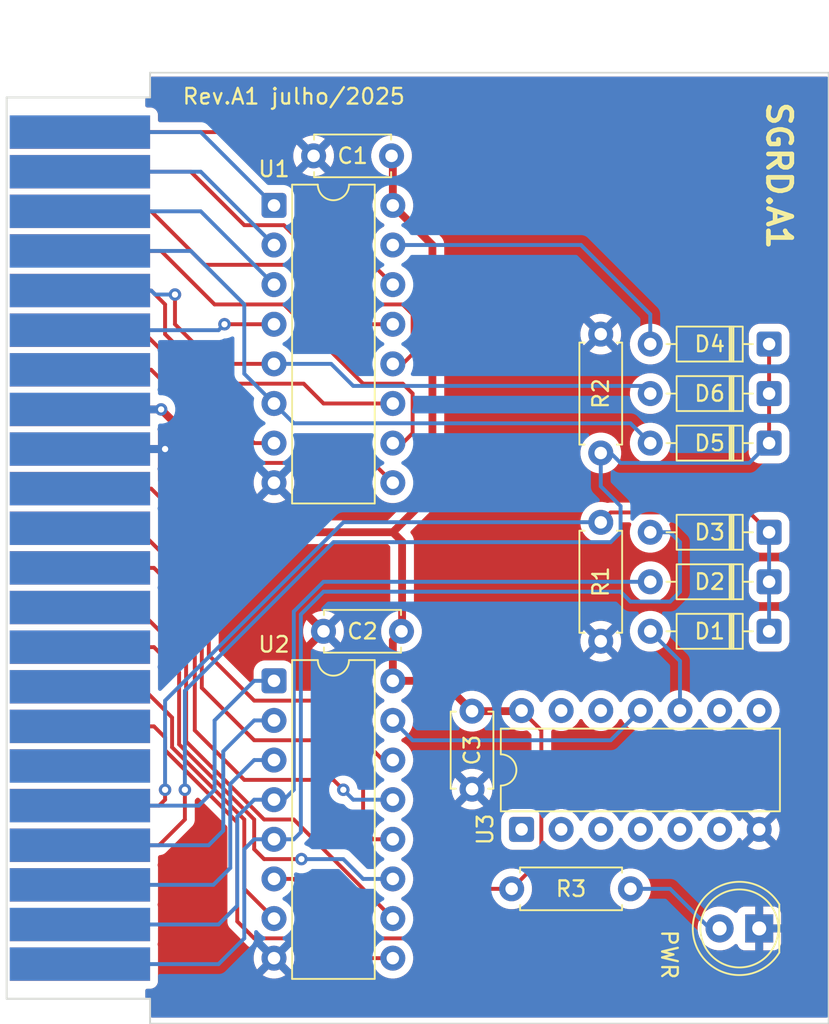
<source format=kicad_pcb>
(kicad_pcb (version 20241229) (generator "pcbnew") (generator_version "9.0")
  (layers (0 "F.Cu" signal) (2 "B.Cu" signal) (13 "F.Paste" user) (15 "B.Paste" user) (5 "F.SilkS" user "F.Silkscreen") (7 "B.SilkS" user "B.Silkscreen") (1 "F.Mask" user) (3 "B.Mask" user) (25 "Edge.Cuts" user))
  (net 0 "")
  (net 1 "enable_data_out")
  (net 2 "read_zero")
  (net 3 "rd_addr_3")
  (net 4 "rd_addr_4")
  (net 5 "enable_data_in")
  (net 6 "write_zero")
  (net 7 "wr_addr_3")
  (net 8 "wr_addr_4")
  (net 9 "GND")
  (net 10 "wr_addr_0")
  (net 11 "wr_addr_1")
  (net 12 "wr_addr_2")
  (net 13 "+5V")
  (net 14 "rd_addr_0")
  (net 15 "rd_addr_1")
  (net 16 "rd_addr_2")
  (net 17 "n_read_H")
  (net 18 "n_read_L")
  (net 19 "n_read_D")
  (net 20 "n_read_E")
  (net 21 "n_read_B")
  (net 22 "n_read_C")
  (net 23 "n_read_A")
  (net 24 "Net-(D7-A)")
  (net 25 "write_A")
  (net 26 "write_C")
  (net 27 "write_B")
  (net 28 "write_H")
  (net 29 "write_L")
  (net 30 "write_D")
  (net 31 "write_E")
  (net 41 "write_clock")
  (net 46 "Net-(U2-O0)")
  (footprint "Package_DIP:DIP-16_W7.62mm" (layer "F.Cu") (at 69.85 38.1)
    (property "Reference" "U1" (at 0 -2.33 0) (layer "F.SilkS"))
    (property "Value" "74HC238")
    (fp_line (start 1.16 -1.33) (end 1.16 19.11) (stroke (width 0.12)) (layer "F.SilkS"))
    (fp_line (start 1.16 19.11) (end 6.46 19.11) (stroke (width 0.12)) (layer "F.SilkS"))
    (fp_line (start 2.81 -1.33) (end 1.16 -1.33) (stroke (width 0.12)) (layer "F.SilkS"))
    (fp_line (start 6.46 -1.33) (end 4.81 -1.33) (stroke (width 0.12)) (layer "F.SilkS"))
    (fp_line (start 6.46 19.11) (end 6.46 -1.33) (stroke (width 0.12)) (layer "F.SilkS"))
    (fp_arc (start 4.81 -1.33) (mid 3.81 -0.33) (end 2.81 -1.33) (stroke (width 0.12)) (layer "F.SilkS"))
    (pad "1" thru_hole roundrect (at 0 0) (size 1.6 1.6) (drill 0.8) (layers "*.Cu" "*.Mask") (roundrect_rratio 0.15625) (net 10 "wr_addr_0"))
    (pad "2" thru_hole circle (at 0 2.54) (size 1.6 1.6) (drill 0.8) (layers "*.Cu" "*.Mask") (net 11 "wr_addr_1"))
    (pad "3" thru_hole circle (at 0 5.08) (size 1.6 1.6) (drill 0.8) (layers "*.Cu" "*.Mask") (net 12 "wr_addr_2"))
    (pad "4" thru_hole circle (at 0 7.62) (size 1.6 1.6) (drill 0.8) (layers "*.Cu" "*.Mask") (net 41 "write_clock"))
    (pad "5" thru_hole circle (at 0 10.16) (size 1.6 1.6) (drill 0.8) (layers "*.Cu" "*.Mask") (net 8 "wr_addr_4"))
    (pad "6" thru_hole circle (at 0 12.7) (size 1.6 1.6) (drill 0.8) (layers "*.Cu" "*.Mask") (net 7 "wr_addr_3"))
    (pad "7" thru_hole circle (at 0 15.24) (size 1.6 1.6) (drill 0.8) (layers "*.Cu" "*.Mask") (net 28 "write_H"))
    (pad "8" thru_hole circle (at 0 17.78) (size 1.6 1.6) (drill 0.8) (layers "*.Cu" "*.Mask") (net 9 "GND"))
    (pad "9" thru_hole circle (at 7.62 17.78) (size 1.6 1.6) (drill 0.8) (layers "*.Cu" "*.Mask") (net 29 "write_L"))
    (pad "10" thru_hole circle (at 7.62 15.24) (size 1.6 1.6) (drill 0.8) (layers "*.Cu" "*.Mask") (net 30 "write_D"))
    (pad "11" thru_hole circle (at 7.62 12.7) (size 1.6 1.6) (drill 0.8) (layers "*.Cu" "*.Mask") (net 31 "write_E"))
    (pad "12" thru_hole circle (at 7.62 10.16) (size 1.6 1.6) (drill 0.8) (layers "*.Cu" "*.Mask") (net 27 "write_B"))
    (pad "13" thru_hole circle (at 7.62 7.62) (size 1.6 1.6) (drill 0.8) (layers "*.Cu" "*.Mask") (net 26 "write_C"))
    (pad "14" thru_hole circle (at 7.62 5.08) (size 1.6 1.6) (drill 0.8) (layers "*.Cu" "*.Mask") (net 25 "write_A"))
    (pad "15" thru_hole circle (at 7.62 2.54) (size 1.6 1.6) (drill 0.8) (layers "*.Cu" "*.Mask") (net 6 "write_zero"))
    (pad "16" thru_hole circle (at 7.62 0) (size 1.6 1.6) (drill 0.8) (layers "*.Cu" "*.Mask") (net 13 "+5V"))
  )
  (footprint "Diode_THT:D_DO-35_SOD27_P7.62mm_Horizontal" (layer "F.Cu") (at 101.6 50.165 180)
    (property "Reference" "D6" (at 3.81 0 0) (layer "F.SilkS"))
    (property "Value" "1N4148")
    (fp_line (start 6.58 0) (end 5.93 0) (stroke (width 0.12)) (layer "F.SilkS"))
    (fp_line (start 2.53 -1.12) (end 2.53 1.12) (stroke (width 0.12)) (layer "F.SilkS"))
    (fp_line (start 2.41 -1.12) (end 2.41 1.12) (stroke (width 0.12)) (layer "F.SilkS"))
    (fp_line (start 2.29 -1.12) (end 2.29 1.12) (stroke (width 0.12)) (layer "F.SilkS"))
    (fp_line (start 1.04 0) (end 1.69 0) (stroke (width 0.12)) (layer "F.SilkS"))
    (fp_rect (start 1.69 -1.12) (end 5.93 1.12) (stroke (width 0.12)) (fill no) (layer "F.SilkS"))
    (pad "1" thru_hole roundrect (at 0 0 180) (size 1.6 1.6) (drill 0.8) (layers "*.Cu" "*.Mask") (roundrect_rratio 0.15625) (net 5 "enable_data_in"))
    (pad "2" thru_hole circle (at 7.62 0 180) (size 1.6 1.6) (drill 0.8) (layers "*.Cu" "*.Mask") (net 8 "wr_addr_4"))
  )
  (footprint "Diode_THT:D_DO-35_SOD27_P7.62mm_Horizontal" (layer "F.Cu") (at 101.6 46.99 180)
    (property "Reference" "D4" (at 3.81 0 0) (layer "F.SilkS"))
    (property "Value" "1N4148")
    (fp_line (start 6.58 0) (end 5.93 0) (stroke (width 0.12)) (layer "F.SilkS"))
    (fp_line (start 2.53 -1.12) (end 2.53 1.12) (stroke (width 0.12)) (layer "F.SilkS"))
    (fp_line (start 2.41 -1.12) (end 2.41 1.12) (stroke (width 0.12)) (layer "F.SilkS"))
    (fp_line (start 2.29 -1.12) (end 2.29 1.12) (stroke (width 0.12)) (layer "F.SilkS"))
    (fp_line (start 1.04 0) (end 1.69 0) (stroke (width 0.12)) (layer "F.SilkS"))
    (fp_rect (start 1.69 -1.12) (end 5.93 1.12) (stroke (width 0.12)) (fill no) (layer "F.SilkS"))
    (pad "1" thru_hole roundrect (at 0 0 180) (size 1.6 1.6) (drill 0.8) (layers "*.Cu" "*.Mask") (roundrect_rratio 0.15625) (net 5 "enable_data_in"))
    (pad "2" thru_hole circle (at 7.62 0 180) (size 1.6 1.6) (drill 0.8) (layers "*.Cu" "*.Mask") (net 6 "write_zero"))
  )
  (footprint "LED_THT:LED_D5.0mm" (layer "F.Cu") (at 100.965 84.455 180)
    (property "Reference" "D7" (hide yes))
    (property "Value" "LED")
    (fp_line (start -1.29 -1.545) (end -1.29 1.545) (stroke (width 0.12)) (layer "F.SilkS"))
    (fp_arc (start 4.26 0) (mid 2.071779 2.880495) (end -1.29 1.54483) (stroke (width 0.12)) (layer "F.SilkS"))
    (fp_arc (start -1.29 -1.54483) (mid 2.071779 -2.880495) (end 4.26 0) (stroke (width 0.12)) (layer "F.SilkS"))
    (fp_circle (center 1.27 0) (end 3.77 0) (stroke (width 0.12)) (fill no) (layer "F.SilkS"))
    (pad "1" thru_hole rect (at 0 0 180) (size 1.8 1.8) (drill 0.9) (layers "*.Cu" "*.Mask") (net 9 "GND"))
    (pad "2" thru_hole circle (at 2.54 0 180) (size 1.8 1.8) (drill 0.9) (layers "*.Cu" "*.Mask") (net 24 "Net-(D7-A)"))
  )
  (footprint "Resistor_THT:R_Axial_DIN0207_L6.3mm_D2.5mm_P7.62mm_Horizontal" (layer "F.Cu") (at 92.71 81.915 180)
    (property "Reference" "R3" (at 3.81 0 0) (layer "F.SilkS"))
    (property "Value" "1K")
    (fp_line (start 7.08 1.37) (end 7.08 1.04) (stroke (width 0.12)) (layer "F.SilkS"))
    (fp_line (start 7.08 -1.37) (end 7.08 -1.04) (stroke (width 0.12)) (layer "F.SilkS"))
    (fp_line (start 0.54 1.37) (end 7.08 1.37) (stroke (width 0.12)) (layer "F.SilkS"))
    (fp_line (start 0.54 1.04) (end 0.54 1.37) (stroke (width 0.12)) (layer "F.SilkS"))
    (fp_line (start 0.54 -1.04) (end 0.54 -1.37) (stroke (width 0.12)) (layer "F.SilkS"))
    (fp_line (start 0.54 -1.37) (end 7.08 -1.37) (stroke (width 0.12)) (layer "F.SilkS"))
    (pad "1" thru_hole circle (at 0 0 180) (size 1.6 1.6) (drill 0.8) (layers "*.Cu" "*.Mask") (net 24 "Net-(D7-A)"))
    (pad "2" thru_hole circle (at 7.62 0 180) (size 1.6 1.6) (drill 0.8) (layers "*.Cu" "*.Mask") (net 13 "+5V"))
  )
  (footprint "Resistor_THT:R_Axial_DIN0207_L6.3mm_D2.5mm_P7.62mm_Horizontal" (layer "F.Cu") (at 90.805 53.975 90)
    (property "Reference" "R2" (at 3.81 0 90) (layer "F.SilkS"))
    (property "Value" "4.7K")
    (fp_line (start 7.08 -1.37) (end 7.08 -1.04) (stroke (width 0.12)) (layer "F.SilkS"))
    (fp_line (start 0.54 -1.37) (end 7.08 -1.37) (stroke (width 0.12)) (layer "F.SilkS"))
    (fp_line (start 0.54 -1.04) (end 0.54 -1.37) (stroke (width 0.12)) (layer "F.SilkS"))
    (fp_line (start 0.54 1.04) (end 0.54 1.37) (stroke (width 0.12)) (layer "F.SilkS"))
    (fp_line (start 7.08 1.37) (end 7.08 1.04) (stroke (width 0.12)) (layer "F.SilkS"))
    (fp_line (start 0.54 1.37) (end 7.08 1.37) (stroke (width 0.12)) (layer "F.SilkS"))
    (pad "1" thru_hole circle (at 0 0 90) (size 1.6 1.6) (drill 0.8) (layers "*.Cu" "*.Mask") (net 5 "enable_data_in"))
    (pad "2" thru_hole circle (at 7.62 0 90) (size 1.6 1.6) (drill 0.8) (layers "*.Cu" "*.Mask") (net 9 "GND"))
  )
  (footprint "Diode_THT:D_DO-35_SOD27_P7.62mm_Horizontal" (layer "F.Cu") (at 101.6 62.23 180)
    (property "Reference" "D2" (at 3.81 0 0) (layer "F.SilkS"))
    (property "Value" "1N4148")
    (fp_line (start 6.58 0) (end 5.93 0) (stroke (width 0.12)) (layer "F.SilkS"))
    (fp_line (start 2.53 -1.12) (end 2.53 1.12) (stroke (width 0.12)) (layer "F.SilkS"))
    (fp_line (start 2.41 -1.12) (end 2.41 1.12) (stroke (width 0.12)) (layer "F.SilkS"))
    (fp_line (start 2.29 -1.12) (end 2.29 1.12) (stroke (width 0.12)) (layer "F.SilkS"))
    (fp_line (start 1.04 0) (end 1.69 0) (stroke (width 0.12)) (layer "F.SilkS"))
    (fp_rect (start 1.69 -1.12) (end 5.93 1.12) (stroke (width 0.12)) (fill no) (layer "F.SilkS"))
    (pad "1" thru_hole roundrect (at 0 0 180) (size 1.6 1.6) (drill 0.8) (layers "*.Cu" "*.Mask") (roundrect_rratio 0.15625) (net 1 "enable_data_out"))
    (pad "2" thru_hole circle (at 7.62 0 180) (size 1.6 1.6) (drill 0.8) (layers "*.Cu" "*.Mask") (net 3 "rd_addr_3"))
  )
  (footprint "Capacitor_THT:C_Disc_D4.7mm_W2.5mm_P5.00mm" (layer "F.Cu") (at 78.025 65.405 180)
    (property "Reference" "C2" (at 2.5 0 0) (layer "F.SilkS"))
    (property "Value" "100nF")
    (fp_line (start 4.97 1.37) (end 0.03 1.37) (stroke (width 0.12)) (layer "F.SilkS"))
    (fp_line (start 4.97 1.04) (end 4.97 1.37) (stroke (width 0.12)) (layer "F.SilkS"))
    (fp_line (start 4.97 -1.37) (end 4.97 -1.04) (stroke (width 0.12)) (layer "F.SilkS"))
    (fp_line (start 0.03 1.37) (end 0.03 1.04) (stroke (width 0.12)) (layer "F.SilkS"))
    (fp_line (start 0.03 -1.04) (end 0.03 -1.37) (stroke (width 0.12)) (layer "F.SilkS"))
    (fp_line (start 0.03 -1.37) (end 4.97 -1.37) (stroke (width 0.12)) (layer "F.SilkS"))
    (pad "1" thru_hole circle (at 0 0 180) (size 1.6 1.6) (drill 0.8) (layers "*.Cu" "*.Mask") (net 13 "+5V"))
    (pad "2" thru_hole circle (at 5 0 180) (size 1.6 1.6) (drill 0.8) (layers "*.Cu" "*.Mask") (net 9 "GND"))
  )
  (footprint "edge_connector:edge-connector-44" (layer "F.Cu") (at 57.404 33.401)
    (property "Reference" "J1" (hide yes))
    (property "Value" "addr_decoder")
    (fp_line (start -4.699 -2.22) (end -4.699 55.56) (stroke (width 0.12)) (layer "Edge.Cuts"))
    (fp_line (start -4.699 -2.22) (end 4.5 -2.22) (stroke (width 0.12)) (layer "Edge.Cuts"))
    (fp_line (start -4.699 55.56) (end 4.5 55.56) (stroke (width 0.12)) (layer "Edge.Cuts"))
    (fp_line (start 4.5 -2.22) (end 4.5 -3.81) (stroke (width 0.12)) (layer "Edge.Cuts"))
    (fp_line (start 4.5 55.56) (end 4.5 57.15) (stroke (width 0.12)) (layer "Edge.Cuts"))
    (pad "1" connect rect (at 0 0) (size 9 2.14) (layers "F.Cu" "F.Mask") (net 25 "write_A"))
    (pad "2" connect rect (at 0 2.54) (size 9 2.14) (layers "F.Cu" "F.Mask") (net 27 "write_B"))
    (pad "3" connect rect (at 0 5.08) (size 9 2.14) (layers "F.Cu" "F.Mask") (net 26 "write_C"))
    (pad "4" connect rect (at 0 7.62) (size 9 2.14) (layers "F.Cu" "F.Mask") (net 30 "write_D"))
    (pad "5" connect rect (at 0 10.16) (size 9 2.14) (layers "F.Cu" "F.Mask") (net 31 "write_E"))
    (pad "6" connect rect (at 0 12.7) (size 9 2.14) (layers "F.Cu" "F.Mask") (net 28 "write_H"))
    (pad "7" connect rect (at 0 15.24) (size 9 2.14) (layers "F.Cu" "F.Mask") (net 29 "write_L"))
    (pad "8" connect rect (at 0 17.78) (size 9 2.14) (layers "F.Cu" "F.Mask") (net 13 "+5V"))
    (pad "9" connect rect (at 0 20.32) (size 9 2.14) (layers "F.Cu" "F.Mask") (net 9 "GND"))
    (pad "10" connect rect (at 0 22.86) (size 9 2.14) (layers "F.Cu" "F.Mask") (net 23 "n_read_A"))
    (pad "11" connect rect (at 0 25.4) (size 9 2.14) (layers "F.Cu" "F.Mask") (net 21 "n_read_B"))
    (pad "12" connect rect (at 0 27.94) (size 9 2.14) (layers "F.Cu" "F.Mask") (net 22 "n_read_C"))
    (pad "13" connect rect (at 0 30.48) (size 9 2.14) (layers "F.Cu" "F.Mask") (net 19 "n_read_D"))
    (pad "14" connect rect (at 0 33.02) (size 9 2.14) (layers "F.Cu" "F.Mask") (net 20 "n_read_E"))
    (pad "15" connect rect (at 0 35.56) (size 9 2.14) (layers "F.Cu" "F.Mask") (net 17 "n_read_H"))
    (pad "16" connect rect (at 0 38.1) (size 9 2.14) (layers "F.Cu" "F.Mask") (net 18 "n_read_L"))
    (pad "17" connect rect (at 0 40.64) (size 9 2.14) (layers "F.Cu" "F.Mask"))
    (pad "18" connect rect (at 0 43.18) (size 9 2.14) (layers "F.Cu" "F.Mask") (net 1 "enable_data_out"))
    (pad "19" connect rect (at 0 45.72) (size 9 2.14) (layers "F.Cu" "F.Mask") (net 5 "enable_data_in"))
    (pad "20" connect rect (at 0 48.26) (size 9 2.14) (layers "F.Cu" "F.Mask"))
    (pad "21" connect rect (at 0 50.8) (size 9 2.14) (layers "F.Cu" "F.Mask"))
    (pad "22" connect rect (at 0 53.34) (size 9 2.14) (layers "F.Cu" "F.Mask"))
    (pad "23" connect rect (at 0 0) (size 9 2.14) (layers "B.Cu" "B.Mask") (net 10 "wr_addr_0"))
    (pad "24" connect rect (at 0 2.54) (size 9 2.14) (layers "B.Cu" "B.Mask") (net 11 "wr_addr_1"))
    (pad "25" connect rect (at 0 5.08) (size 9 2.14) (layers "B.Cu" "B.Mask") (net 12 "wr_addr_2"))
    (pad "26" connect rect (at 0 7.62) (size 9 2.14) (layers "B.Cu" "B.Mask") (net 7 "wr_addr_3"))
    (pad "27" connect rect (at 0 10.16) (size 9 2.14) (layers "B.Cu" "B.Mask") (net 8 "wr_addr_4"))
    (pad "28" connect rect (at 0 12.7) (size 9 2.14) (layers "B.Cu" "B.Mask") (net 41 "write_clock"))
    (pad "29" connect rect (at 0 15.24) (size 9 2.14) (layers "B.Cu" "B.Mask"))
    (pad "30" connect rect (at 0 17.78) (size 9 2.14) (layers "B.Cu" "B.Mask") (net 13 "+5V"))
    (pad "31" connect rect (at 0 20.32) (size 9 2.14) (layers "B.Cu" "B.Mask") (net 9 "GND"))
    (pad "32" connect rect (at 0 22.86) (size 9 2.14) (layers "B.Cu" "B.Mask"))
    (pad "33" connect rect (at 0 25.4) (size 9 2.14) (layers "B.Cu" "B.Mask"))
    (pad "34" connect rect (at 0 27.94) (size 9 2.14) (layers "B.Cu" "B.Mask"))
    (pad "35" connect rect (at 0 30.48) (size 9 2.14) (layers "B.Cu" "B.Mask"))
    (pad "36" connect rect (at 0 33.02) (size 9 2.14) (layers "B.Cu" "B.Mask"))
    (pad "37" connect rect (at 0 35.56) (size 9 2.14) (layers "B.Cu" "B.Mask"))
    (pad "38" connect rect (at 0 38.1) (size 9 2.14) (layers "B.Cu" "B.Mask"))
    (pad "39" connect rect (at 0 40.64) (size 9 2.14) (layers "B.Cu" "B.Mask"))
    (pad "40" connect rect (at 0 43.18) (size 9 2.14) (layers "B.Cu" "B.Mask") (net 14 "rd_addr_0"))
    (pad "41" connect rect (at 0 45.72) (size 9 2.14) (layers "B.Cu" "B.Mask") (net 15 "rd_addr_1"))
    (pad "42" connect rect (at 0 48.26) (size 9 2.14) (layers "B.Cu" "B.Mask") (net 16 "rd_addr_2"))
    (pad "43" connect rect (at 0 50.8) (size 9 2.14) (layers "B.Cu" "B.Mask") (net 3 "rd_addr_3"))
    (pad "44" connect rect (at 0 53.34) (size 9 2.14) (layers "B.Cu" "B.Mask") (net 4 "rd_addr_4"))
  )
  (footprint "Package_DIP:DIP-16_W7.62mm" (layer "F.Cu") (at 69.85 68.58)
    (property "Reference" "U2" (at 0 -2.33 0) (layer "F.SilkS"))
    (property "Value" "74LS138")
    (fp_line (start 1.16 -1.33) (end 1.16 19.11) (stroke (width 0.12)) (layer "F.SilkS"))
    (fp_line (start 1.16 19.11) (end 6.46 19.11) (stroke (width 0.12)) (layer "F.SilkS"))
    (fp_line (start 2.81 -1.33) (end 1.16 -1.33) (stroke (width 0.12)) (layer "F.SilkS"))
    (fp_line (start 6.46 -1.33) (end 4.81 -1.33) (stroke (width 0.12)) (layer "F.SilkS"))
    (fp_line (start 6.46 19.11) (end 6.46 -1.33) (stroke (width 0.12)) (layer "F.SilkS"))
    (fp_arc (start 4.81 -1.33) (mid 3.81 -0.33) (end 2.81 -1.33) (stroke (width 0.12)) (layer "F.SilkS"))
    (pad "1" thru_hole roundrect (at 0 0) (size 1.6 1.6) (drill 0.8) (layers "*.Cu" "*.Mask") (roundrect_rratio 0.15625) (net 14 "rd_addr_0"))
    (pad "2" thru_hole circle (at 0 2.54) (size 1.6 1.6) (drill 0.8) (layers "*.Cu" "*.Mask") (net 15 "rd_addr_1"))
    (pad "3" thru_hole circle (at 0 5.08) (size 1.6 1.6) (drill 0.8) (layers "*.Cu" "*.Mask") (net 16 "rd_addr_2"))
    (pad "4" thru_hole circle (at 0 7.62) (size 1.6 1.6) (drill 0.8) (layers "*.Cu" "*.Mask") (net 3 "rd_addr_3"))
    (pad "5" thru_hole circle (at 0 10.16) (size 1.6 1.6) (drill 0.8) (layers "*.Cu" "*.Mask") (net 4 "rd_addr_4"))
    (pad "6" thru_hole circle (at 0 12.7) (size 1.6 1.6) (drill 0.8) (layers "*.Cu" "*.Mask") (net 13 "+5V"))
    (pad "7" thru_hole circle (at 0 15.24) (size 1.6 1.6) (drill 0.8) (layers "*.Cu" "*.Mask") (net 17 "n_read_H"))
    (pad "8" thru_hole circle (at 0 17.78) (size 1.6 1.6) (drill 0.8) (layers "*.Cu" "*.Mask") (net 9 "GND"))
    (pad "9" thru_hole circle (at 7.62 17.78) (size 1.6 1.6) (drill 0.8) (layers "*.Cu" "*.Mask") (net 18 "n_read_L"))
    (pad "10" thru_hole circle (at 7.62 15.24) (size 1.6 1.6) (drill 0.8) (layers "*.Cu" "*.Mask") (net 19 "n_read_D"))
    (pad "11" thru_hole circle (at 7.62 12.7) (size 1.6 1.6) (drill 0.8) (layers "*.Cu" "*.Mask") (net 20 "n_read_E"))
    (pad "12" thru_hole circle (at 7.62 10.16) (size 1.6 1.6) (drill 0.8) (layers "*.Cu" "*.Mask") (net 21 "n_read_B"))
    (pad "13" thru_hole circle (at 7.62 7.62) (size 1.6 1.6) (drill 0.8) (layers "*.Cu" "*.Mask") (net 22 "n_read_C"))
    (pad "14" thru_hole circle (at 7.62 5.08) (size 1.6 1.6) (drill 0.8) (layers "*.Cu" "*.Mask") (net 23 "n_read_A"))
    (pad "15" thru_hole circle (at 7.62 2.54) (size 1.6 1.6) (drill 0.8) (layers "*.Cu" "*.Mask") (net 46 "Net-(U2-O0)"))
    (pad "16" thru_hole circle (at 7.62 0) (size 1.6 1.6) (drill 0.8) (layers "*.Cu" "*.Mask") (net 13 "+5V"))
  )
  (footprint "Diode_THT:D_DO-35_SOD27_P7.62mm_Horizontal" (layer "F.Cu") (at 101.6 59.055 180)
    (property "Reference" "D3" (at 3.81 0 0) (layer "F.SilkS"))
    (property "Value" "1N4148")
    (fp_line (start 6.58 0) (end 5.93 0) (stroke (width 0.12)) (layer "F.SilkS"))
    (fp_line (start 2.53 -1.12) (end 2.53 1.12) (stroke (width 0.12)) (layer "F.SilkS"))
    (fp_line (start 2.41 -1.12) (end 2.41 1.12) (stroke (width 0.12)) (layer "F.SilkS"))
    (fp_line (start 2.29 -1.12) (end 2.29 1.12) (stroke (width 0.12)) (layer "F.SilkS"))
    (fp_line (start 1.04 0) (end 1.69 0) (stroke (width 0.12)) (layer "F.SilkS"))
    (fp_rect (start 1.69 -1.12) (end 5.93 1.12) (stroke (width 0.12)) (fill no) (layer "F.SilkS"))
    (pad "1" thru_hole roundrect (at 0 0 180) (size 1.6 1.6) (drill 0.8) (layers "*.Cu" "*.Mask") (roundrect_rratio 0.15625) (net 1 "enable_data_out"))
    (pad "2" thru_hole circle (at 7.62 0 180) (size 1.6 1.6) (drill 0.8) (layers "*.Cu" "*.Mask") (net 4 "rd_addr_4"))
  )
  (footprint "Capacitor_THT:C_Disc_D4.7mm_W2.5mm_P5.00mm" (layer "F.Cu") (at 82.55 70.525 -90)
    (property "Reference" "C3" (at 2.5 0 90) (layer "F.SilkS"))
    (property "Value" "100nF")
    (fp_line (start 0.03 1.37) (end 0.03 1.04) (stroke (width 0.12)) (layer "F.SilkS"))
    (fp_line (start 4.97 1.37) (end 0.03 1.37) (stroke (width 0.12)) (layer "F.SilkS"))
    (fp_line (start 4.97 1.04) (end 4.97 1.37) (stroke (width 0.12)) (layer "F.SilkS"))
    (fp_line (start 0.03 -1.04) (end 0.03 -1.37) (stroke (width 0.12)) (layer "F.SilkS"))
    (fp_line (start 0.03 -1.37) (end 4.97 -1.37) (stroke (width 0.12)) (layer "F.SilkS"))
    (fp_line (start 4.97 -1.37) (end 4.97 -1.04) (stroke (width 0.12)) (layer "F.SilkS"))
    (pad "1" thru_hole circle (at 0 0 270) (size 1.6 1.6) (drill 0.8) (layers "*.Cu" "*.Mask") (net 13 "+5V"))
    (pad "2" thru_hole circle (at 5 0 270) (size 1.6 1.6) (drill 0.8) (layers "*.Cu" "*.Mask") (net 9 "GND"))
  )
  (footprint "Diode_THT:D_DO-35_SOD27_P7.62mm_Horizontal" (layer "F.Cu") (at 101.6 53.34 180)
    (property "Reference" "D5" (at 3.81 0 0) (layer "F.SilkS"))
    (property "Value" "1N4148")
    (fp_line (start 6.58 0) (end 5.93 0) (stroke (width 0.12)) (layer "F.SilkS"))
    (fp_line (start 2.53 -1.12) (end 2.53 1.12) (stroke (width 0.12)) (layer "F.SilkS"))
    (fp_line (start 2.41 -1.12) (end 2.41 1.12) (stroke (width 0.12)) (layer "F.SilkS"))
    (fp_line (start 2.29 -1.12) (end 2.29 1.12) (stroke (width 0.12)) (layer "F.SilkS"))
    (fp_line (start 1.04 0) (end 1.69 0) (stroke (width 0.12)) (layer "F.SilkS"))
    (fp_rect (start 1.69 -1.12) (end 5.93 1.12) (stroke (width 0.12)) (fill no) (layer "F.SilkS"))
    (pad "1" thru_hole roundrect (at 0 0 180) (size 1.6 1.6) (drill 0.8) (layers "*.Cu" "*.Mask") (roundrect_rratio 0.15625) (net 5 "enable_data_in"))
    (pad "2" thru_hole circle (at 7.62 0 180) (size 1.6 1.6) (drill 0.8) (layers "*.Cu" "*.Mask") (net 7 "wr_addr_3"))
  )
  (footprint "Resistor_THT:R_Axial_DIN0207_L6.3mm_D2.5mm_P7.62mm_Horizontal" (layer "F.Cu") (at 90.805 58.42 -90)
    (property "Reference" "R1" (at 3.81 0 90) (layer "F.SilkS"))
    (property "Value" "4.7K")
    (fp_line (start 0.54 1.37) (end 7.08 1.37) (stroke (width 0.12)) (layer "F.SilkS"))
    (fp_line (start 7.08 1.37) (end 7.08 1.04) (stroke (width 0.12)) (layer "F.SilkS"))
    (fp_line (start 0.54 1.04) (end 0.54 1.37) (stroke (width 0.12)) (layer "F.SilkS"))
    (fp_line (start 0.54 -1.04) (end 0.54 -1.37) (stroke (width 0.12)) (layer "F.SilkS"))
    (fp_line (start 0.54 -1.37) (end 7.08 -1.37) (stroke (width 0.12)) (layer "F.SilkS"))
    (fp_line (start 7.08 -1.37) (end 7.08 -1.04) (stroke (width 0.12)) (layer "F.SilkS"))
    (pad "1" thru_hole circle (at 0 0 270) (size 1.6 1.6) (drill 0.8) (layers "*.Cu" "*.Mask") (net 1 "enable_data_out"))
    (pad "2" thru_hole circle (at 7.62 0 270) (size 1.6 1.6) (drill 0.8) (layers "*.Cu" "*.Mask") (net 9 "GND"))
  )
  (footprint "Diode_THT:D_DO-35_SOD27_P7.62mm_Horizontal" (layer "F.Cu") (at 101.6 65.405 180)
    (property "Reference" "D1" (at 3.81 0 0) (layer "F.SilkS"))
    (property "Value" "1N4148")
    (fp_line (start 6.58 0) (end 5.93 0) (stroke (width 0.12)) (layer "F.SilkS"))
    (fp_line (start 2.53 -1.12) (end 2.53 1.12) (stroke (width 0.12)) (layer "F.SilkS"))
    (fp_line (start 2.41 -1.12) (end 2.41 1.12) (stroke (width 0.12)) (layer "F.SilkS"))
    (fp_line (start 2.29 -1.12) (end 2.29 1.12) (stroke (width 0.12)) (layer "F.SilkS"))
    (fp_line (start 1.04 0) (end 1.69 0) (stroke (width 0.12)) (layer "F.SilkS"))
    (fp_rect (start 1.69 -1.12) (end 5.93 1.12) (stroke (width 0.12)) (fill no) (layer "F.SilkS"))
    (pad "1" thru_hole roundrect (at 0 0 180) (size 1.6 1.6) (drill 0.8) (layers "*.Cu" "*.Mask") (roundrect_rratio 0.15625) (net 1 "enable_data_out"))
    (pad "2" thru_hole circle (at 7.62 0 180) (size 1.6 1.6) (drill 0.8) (layers "*.Cu" "*.Mask") (net 2 "read_zero"))
  )
  (footprint "Package_DIP:DIP-14_W7.62mm" (layer "F.Cu") (at 85.725 78.105 90)
    (property "Reference" "U3" (at 0 -2.33 90) (layer "F.SilkS"))
    (property "Value" "74LS04")
    (fp_line (start 6.46 -1.33) (end 4.81 -1.33) (stroke (width 0.12)) (layer "F.SilkS"))
    (fp_line (start 2.81 -1.33) (end 1.16 -1.33) (stroke (width 0.12)) (layer "F.SilkS"))
    (fp_line (start 1.16 -1.33) (end 1.16 16.57) (stroke (width 0.12)) (layer "F.SilkS"))
    (fp_line (start 6.46 16.57) (end 6.46 -1.33) (stroke (width 0.12)) (layer "F.SilkS"))
    (fp_line (start 1.16 16.57) (end 6.46 16.57) (stroke (width 0.12)) (layer "F.SilkS"))
    (fp_arc (start 4.81 -1.33) (mid 3.81 -0.33) (end 2.81 -1.33) (stroke (width 0.12)) (layer "F.SilkS"))
    (pad "1" thru_hole roundrect (at 0 0 90) (size 1.6 1.6) (drill 0.8) (layers "*.Cu" "*.Mask") (roundrect_rratio 0.15625))
    (pad "2" thru_hole circle (at 0 2.54 90) (size 1.6 1.6) (drill 0.8) (layers "*.Cu" "*.Mask"))
    (pad "3" thru_hole circle (at 0 5.08 90) (size 1.6 1.6) (drill 0.8) (layers "*.Cu" "*.Mask"))
    (pad "4" thru_hole circle (at 0 7.62 90) (size 1.6 1.6) (drill 0.8) (layers "*.Cu" "*.Mask"))
    (pad "5" thru_hole circle (at 0 10.16 90) (size 1.6 1.6) (drill 0.8) (layers "*.Cu" "*.Mask"))
    (pad "6" thru_hole circle (at 0 12.7 90) (size 1.6 1.6) (drill 0.8) (layers "*.Cu" "*.Mask"))
    (pad "7" thru_hole circle (at 0 15.24 90) (size 1.6 1.6) (drill 0.8) (layers "*.Cu" "*.Mask") (net 9 "GND"))
    (pad "8" thru_hole circle (at 7.62 15.24 90) (size 1.6 1.6) (drill 0.8) (layers "*.Cu" "*.Mask"))
    (pad "9" thru_hole circle (at 7.62 12.7 90) (size 1.6 1.6) (drill 0.8) (layers "*.Cu" "*.Mask"))
    (pad "10" thru_hole circle (at 7.62 10.16 90) (size 1.6 1.6) (drill 0.8) (layers "*.Cu" "*.Mask") (net 2 "read_zero"))
    (pad "11" thru_hole circle (at 7.62 7.62 90) (size 1.6 1.6) (drill 0.8) (layers "*.Cu" "*.Mask") (net 46 "Net-(U2-O0)"))
    (pad "12" thru_hole circle (at 7.62 5.08 90) (size 1.6 1.6) (drill 0.8) (layers "*.Cu" "*.Mask"))
    (pad "13" thru_hole circle (at 7.62 2.54 90) (size 1.6 1.6) (drill 0.8) (layers "*.Cu" "*.Mask"))
    (pad "14" thru_hole circle (at 7.62 0 90) (size 1.6 1.6) (drill 0.8) (layers "*.Cu" "*.Mask") (net 13 "+5V"))
  )
  (footprint "Capacitor_THT:C_Disc_D4.7mm_W2.5mm_P5.00mm" (layer "F.Cu") (at 77.39 34.925 180)
    (property "Reference" "C1" (at 2.5 0 0) (layer "F.SilkS"))
    (property "Value" "100nF")
    (fp_line (start 4.97 1.37) (end 0.03 1.37) (stroke (width 0.12)) (layer "F.SilkS"))
    (fp_line (start 4.97 1.04) (end 4.97 1.37) (stroke (width 0.12)) (layer "F.SilkS"))
    (fp_line (start 4.97 -1.37) (end 4.97 -1.04) (stroke (width 0.12)) (layer "F.SilkS"))
    (fp_line (start 0.03 1.37) (end 0.03 1.04) (stroke (width 0.12)) (layer "F.SilkS"))
    (fp_line (start 0.03 -1.04) (end 0.03 -1.37) (stroke (width 0.12)) (layer "F.SilkS"))
    (fp_line (start 0.03 -1.37) (end 4.97 -1.37) (stroke (width 0.12)) (layer "F.SilkS"))
    (pad "1" thru_hole circle (at 0 0 180) (size 1.6 1.6) (drill 0.8) (layers "*.Cu" "*.Mask") (net 13 "+5V"))
    (pad "2" thru_hole circle (at 5 0 180) (size 1.6 1.6) (drill 0.8) (layers "*.Cu" "*.Mask") (net 9 "GND"))
  )
  (gr_line (start 105.41 90.551) (end 61.904 90.551) (stroke (width 0.1)) (layer "Edge.Cuts"))
  (gr_line (start 105.41 29.591) (end 105.41 90.551) (stroke (width 0.1)) (layer "Edge.Cuts"))
  (gr_line (start 61.904 29.591) (end 105.41 29.591) (stroke (width 0.1)) (layer "Edge.Cuts"))
  (gr_text "PWR" (at 94.615 84.455 270) (layer "F.SilkS") (effects (font (size 1 1)) (justify left bottom)))
  (gr_text "SGRD.A1" (at 102.235 36.195 270) (layer "F.SilkS") (effects (font (size 1.5 1.5) (thickness 0.3))))
  (gr_text "Rev.A1 julho/2025" (at 71.12 31.115 0) (layer "F.SilkS") (effects (font (size 1 1))))
  (segment (start 91.44 57.785) (end 100.33 57.785) (width 0.25) (layer "F.Cu") (net 1))
  (segment (start 62.484 76.581) (end 62.865 76.2) (width 0.25) (layer "F.Cu") (net 1))
  (segment (start 100.33 57.785) (end 101.6 59.055) (width 0.25) (layer "F.Cu") (net 1))
  (segment (start 62.865 76.2) (end 62.865 75.565) (width 0.25) (layer "F.Cu") (net 1))
  (segment (start 90.805 58.42) (end 91.44 57.785) (width 0.25) (layer "F.Cu") (net 1))
  (segment (start 57.404 76.581) (end 62.484 76.581) (width 0.25) (layer "F.Cu") (net 1))
  (via (at 62.865 75.565) (size 0.8) (drill 0.4) (layers "F.Cu" "B.Cu") (net 1))
  (segment (start 101.6 59.055) (end 101.6 65.405) (width 0.25) (layer "B.Cu") (net 1))
  (segment (start 90.795 58.41) (end 74.305 58.41) (width 0.25) (layer "B.Cu") (net 1))
  (segment (start 74.305 58.41) (end 62.865 69.85) (width 0.25) (layer "B.Cu") (net 1))
  (segment (start 62.865 69.85) (end 62.865 75.565) (width 0.25) (layer "B.Cu") (net 1))
  (segment (start 95.885 67.31) (end 93.98 65.405) (width 0.25) (layer "B.Cu") (net 2))
  (segment (start 95.885 70.485) (end 95.885 67.31) (width 0.25) (layer "B.Cu") (net 2))
  (segment (start 71.12 64.135) (end 71.12 75.565) (width 0.25) (layer "B.Cu") (net 3))
  (segment (start 73.025 62.23) (end 71.12 64.135) (width 0.25) (layer "B.Cu") (net 3))
  (segment (start 57.404 84.201) (end 66.294 84.201) (width 0.25) (layer "B.Cu") (net 3))
  (segment (start 71.12 75.565) (end 70.485 76.2) (width 0.25) (layer "B.Cu") (net 3))
  (segment (start 68.58 76.2) (end 69.85 76.2) (width 0.25) (layer "B.Cu") (net 3))
  (segment (start 67.49548 77.28452) (end 68.58 76.2) (width 0.25) (layer "B.Cu") (net 3))
  (segment (start 66.294 84.201) (end 67.49548 82.99952) (width 0.25) (layer "B.Cu") (net 3))
  (segment (start 67.49548 82.99952) (end 67.49548 77.28452) (width 0.25) (layer "B.Cu") (net 3))
  (segment (start 93.98 62.23) (end 73.025 62.23) (width 0.25) (layer "B.Cu") (net 3))
  (segment (start 92.076405 62.866405) (end 73.026405 62.866405) (width 0.25) (layer "B.Cu") (net 4))
  (segment (start 71.571 78.289) (end 71.12 78.74) (width 0.25) (layer "B.Cu") (net 4))
  (segment (start 95.25 63.5) (end 92.71 63.5) (width 0.25) (layer "B.Cu") (net 4))
  (segment (start 66.294 86.741) (end 67.945 85.09) (width 0.25) (layer "B.Cu") (net 4))
  (segment (start 95.885 59.69) (end 95.885 62.865) (width 0.25) (layer "B.Cu") (net 4))
  (segment (start 67.945 85.09) (end 67.945 79.375) (width 0.25) (layer "B.Cu") (net 4))
  (segment (start 73.026405 62.866405) (end 71.571 64.32181) (width 0.25) (layer "B.Cu") (net 4))
  (segment (start 71.571 64.32181) (end 71.571 78.289) (width 0.25) (layer "B.Cu") (net 4))
  (segment (start 95.25 59.055) (end 95.885 59.69) (width 0.25) (layer "B.Cu") (net 4))
  (segment (start 93.98 59.055) (end 95.25 59.055) (width 0.25) (layer "B.Cu") (net 4))
  (segment (start 67.945 79.375) (end 68.58 78.74) (width 0.25) (layer "B.Cu") (net 4))
  (segment (start 57.404 86.741) (end 66.294 86.741) (width 0.25) (layer "B.Cu") (net 4))
  (segment (start 71.12 78.74) (end 69.85 78.74) (width 0.25) (layer "B.Cu") (net 4))
  (segment (start 95.885 62.865) (end 95.25 63.5) (width 0.25) (layer "B.Cu") (net 4))
  (segment (start 92.71 63.5) (end 92.076405 62.866405) (width 0.25) (layer "B.Cu") (net 4))
  (segment (start 68.58 78.74) (end 69.85 78.74) (width 0.25) (layer "B.Cu") (net 4))
  (segment (start 101.6 46.99) (end 101.6 53.34) (width 0.25) (layer "F.Cu") (net 5))
  (segment (start 57.404 79.121) (end 62.484 79.121) (width 0.25) (layer "F.Cu") (net 5))
  (segment (start 62.484 79.121) (end 64.135 77.47) (width 0.25) (layer "F.Cu") (net 5))
  (segment (start 64.135 77.47) (end 64.135 75.565) (width 0.25) (layer "F.Cu") (net 5))
  (via (at 64.135 75.565) (size 0.8) (drill 0.4) (layers "F.Cu" "B.Cu") (net 5))
  (segment (start 64.135 75.565) (end 64.135 69.21781) (width 0.25) (layer "B.Cu") (net 5))
  (segment (start 64.135 69.21781) (end 73.66281 59.69) (width 0.25) (layer "B.Cu") (net 5))
  (segment (start 92.075 54.61) (end 91.44 53.975) (width 0.25) (layer "B.Cu") (net 5))
  (segment (start 92.075 57.379749) (end 90.805 56.109749) (width 0.25) (layer "B.Cu") (net 5))
  (segment (start 100.33 54.61) (end 92.075 54.61) (width 0.25) (layer "B.Cu") (net 5))
  (segment (start 101.6 53.34) (end 100.33 54.61) (width 0.25) (layer "B.Cu") (net 5))
  (segment (start 73.66281 59.69) (end 91.44 59.69) (width 0.25) (layer "B.Cu") (net 5))
  (segment (start 92.075 59.055) (end 92.075 57.379749) (width 0.25) (layer "B.Cu") (net 5))
  (segment (start 91.44 59.69) (end 92.075 59.055) (width 0.25) (layer "B.Cu") (net 5))
  (segment (start 90.805 56.109749) (end 90.805 53.975) (width 0.25) (layer "B.Cu") (net 5))
  (segment (start 93.98 45.085) (end 93.98 46.99) (width 0.25) (layer "B.Cu") (net 6))
  (segment (start 77.47 40.64) (end 89.535 40.64) (width 0.25) (layer "B.Cu") (net 6))
  (segment (start 89.535 40.64) (end 93.98 45.085) (width 0.25) (layer "B.Cu") (net 6))
  (segment (start 71.12 52.07) (end 69.85 50.8) (width 0.25) (layer "B.Cu") (net 7))
  (segment (start 64.516 41.021) (end 67.945 44.45) (width 0.25) (layer "B.Cu") (net 7))
  (segment (start 57.404 41.021) (end 64.516 41.021) (width 0.25) (layer "B.Cu") (net 7))
  (segment (start 92.71 52.07) (end 71.12 52.07) (width 0.25) (layer "B.Cu") (net 7))
  (segment (start 67.945 48.895) (end 69.85 50.8) (width 0.25) (layer "B.Cu") (net 7))
  (segment (start 67.945 44.45) (end 67.945 48.895) (width 0.25) (layer "B.Cu") (net 7))
  (segment (start 93.98 53.34) (end 92.71 52.07) (width 0.25) (layer "B.Cu") (net 7))
  (segment (start 63.5 45.72) (end 66.04 48.26) (width 0.25) (layer "F.Cu") (net 8))
  (segment (start 63.5 43.815) (end 63.5 45.72) (width 0.25) (layer "F.Cu") (net 8))
  (segment (start 66.04 48.26) (end 69.85 48.26) (width 0.25) (layer "F.Cu") (net 8))
  (via (at 63.5 43.815) (size 0.8) (drill 0.4) (layers "F.Cu" "B.Cu") (net 8))
  (segment (start 74.93 49.674) (end 93.489 49.674) (width 0.25) (layer "B.Cu") (net 8))
  (segment (start 93.489 49.674) (end 93.98 50.165) (width 0.25) (layer "B.Cu") (net 8))
  (segment (start 61.976 43.561) (end 57.404 43.561) (width 0.25) (layer "B.Cu") (net 8))
  (segment (start 63.5 43.815) (end 62.23 43.815) (width 0.25) (layer "B.Cu") (net 8))
  (segment (start 73.516 48.26) (end 74.93 49.674) (width 0.25) (layer "B.Cu") (net 8))
  (segment (start 62.23 43.815) (end 61.976 43.561) (width 0.25) (layer "B.Cu") (net 8))
  (segment (start 69.85 48.26) (end 73.516 48.26) (width 0.25) (layer "B.Cu") (net 8))
  (segment (start 57.404 53.721) (end 62.865 53.721) (width 0.5) (layer "F.Cu") (net 9))
  (via (at 62.865 53.721) (size 0.8) (drill 0.4) (layers "F.Cu" "B.Cu") (net 9))
  (segment (start 57.404 53.721) (end 62.865 53.721) (width 0.5) (layer "B.Cu") (net 9))
  (segment (start 57.404 33.401) (end 65.151 33.401) (width 0.25) (layer "B.Cu") (net 10))
  (segment (start 65.151 33.401) (end 69.85 38.1) (width 0.25) (layer "B.Cu") (net 10))
  (segment (start 65.151 35.941) (end 69.85 40.64) (width 0.25) (layer "B.Cu") (net 11))
  (segment (start 57.404 35.941) (end 65.151 35.941) (width 0.25) (layer "B.Cu") (net 11))
  (segment (start 65.151 38.481) (end 69.85 43.18) (width 0.25) (layer "B.Cu") (net 12))
  (segment (start 57.404 38.481) (end 65.151 38.481) (width 0.25) (layer "B.Cu") (net 12))
  (segment (start 86.995 71.755) (end 85.725 70.485) (width 0.25) (layer "F.Cu") (net 13))
  (segment (start 68.58 59.055) (end 66.04 56.515) (width 0.5) (layer "F.Cu") (net 13))
  (segment (start 66.04 54.61) (end 62.611 51.181) (width 0.5) (layer "F.Cu") (net 13))
  (segment (start 80.01 56.515) (end 80.01 40.64) (width 0.5) (layer "F.Cu") (net 13))
  (segment (start 80.01 40.64) (end 77.47 38.1) (width 0.5) (layer "F.Cu") (net 13))
  (segment (start 57.404 51.181) (end 62.611 51.181) (width 0.5) (layer "F.Cu") (net 13))
  (segment (start 77.47 66) (end 77.47 68.58) (width 0.5) (layer "F.Cu") (net 13))
  (segment (start 85.09 81.915) (end 86.995 80.01) (width 0.25) (layer "F.Cu") (net 13))
  (segment (start 78.065 65.405) (end 77.47 66) (width 0.5) (layer "F.Cu") (net 13))
  (segment (start 77.47 38.1) (end 77.47 34.965) (width 0.5) (layer "F.Cu") (net 13))
  (segment (start 77.47 59.055) (end 80.01 56.515) (width 0.5) (layer "F.Cu") (net 13))
  (segment (start 66.04 56.515) (end 66.04 54.61) (width 0.5) (layer "F.Cu") (net 13))
  (segment (start 80.605 68.58) (end 82.55 70.525) (width 0.5) (layer "F.Cu") (net 13))
  (segment (start 78.7375 85.0925) (end 74.9325 85.0925) (width 0.25) (layer "F.Cu") (net 13))
  (segment (start 82.55 70.525) (end 85.685 70.525) (width 0.5) (layer "F.Cu") (net 13))
  (segment (start 85.09 81.915) (end 81.915 81.915) (width 0.25) (layer "F.Cu") (net 13))
  (segment (start 78.065 59.65) (end 77.47 59.055) (width 0.5) (layer "F.Cu") (net 13))
  (segment (start 74.9325 85.0925) (end 71.12 81.28) (width 0.25) (layer "F.Cu") (net 13))
  (segment (start 77.47 59.055) (end 68.58 59.055) (width 0.5) (layer "F.Cu") (net 13))
  (segment (start 77.47 68.58) (end 80.605 68.58) (width 0.5) (layer "F.Cu") (net 13))
  (segment (start 71.12 81.28) (end 69.85 81.28) (width 0.25) (layer "F.Cu") (net 13))
  (segment (start 86.995 80.01) (end 86.995 71.755) (width 0.25) (layer "F.Cu") (net 13))
  (segment (start 81.915 81.915) (end 78.7375 85.0925) (width 0.25) (layer "F.Cu") (net 13))
  (segment (start 78.065 65.405) (end 78.065 59.65) (width 0.5) (layer "F.Cu") (net 13))
  (via (at 62.611 51.181) (size 0.8) (drill 0.4) (layers "F.Cu" "B.Cu") (net 13))
  (segment (start 57.404 51.181) (end 62.611 51.181) (width 0.5) (layer "B.Cu") (net 13))
  (segment (start 65.024 76.581) (end 66.04 75.565) (width 0.25) (layer "B.Cu") (net 14))
  (segment (start 68.58 68.58) (end 69.85 68.58) (width 0.25) (layer "B.Cu") (net 14))
  (segment (start 66.04 75.565) (end 66.04 71.12) (width 0.25) (layer "B.Cu") (net 14))
  (segment (start 66.04 71.12) (end 68.58 68.58) (width 0.25) (layer "B.Cu") (net 14))
  (segment (start 57.404 76.581) (end 65.024 76.581) (width 0.25) (layer "B.Cu") (net 14))
  (segment (start 68.58 71.12) (end 69.85 71.12) (width 0.25) (layer "B.Cu") (net 15))
  (segment (start 57.404 79.121) (end 65.659 79.121) (width 0.25) (layer "B.Cu") (net 15))
  (segment (start 65.659 79.121) (end 66.59644 78.18356) (width 0.25) (layer "B.Cu") (net 15))
  (segment (start 66.59644 73.10356) (end 68.58 71.12) (width 0.25) (layer "B.Cu") (net 15))
  (segment (start 66.59644 78.18356) (end 66.59644 73.10356) (width 0.25) (layer "B.Cu") (net 15))
  (segment (start 68.58 73.66) (end 69.85 73.66) (width 0.25) (layer "B.Cu") (net 16))
  (segment (start 65.962564 81.661) (end 67.04596 80.577604) (width 0.25) (layer "B.Cu") (net 16))
  (segment (start 67.04596 75.19404) (end 68.58 73.66) (width 0.25) (layer "B.Cu") (net 16))
  (segment (start 57.404 81.661) (end 65.962564 81.661) (width 0.25) (layer "B.Cu") (net 16))
  (segment (start 67.04596 80.577604) (end 67.04596 75.19404) (width 0.25) (layer "B.Cu") (net 16))
  (segment (start 67.945 77.471436) (end 67.945 81.915) (width 0.25) (layer "F.Cu") (net 17))
  (segment (start 67.945 81.915) (end 69.85 83.82) (width 0.25) (layer "F.Cu") (net 17))
  (segment (start 61.341 68.961) (end 63.31452 70.93452) (width 0.25) (layer "F.Cu") (net 17))
  (segment (start 63.31452 70.93452) (end 63.31452 72.840956) (width 0.25) (layer "F.Cu") (net 17))
  (segment (start 63.31452 72.840956) (end 67.945 77.471436) (width 0.25) (layer "F.Cu") (net 17))
  (segment (start 74.93 86.36) (end 77.47 86.36) (width 0.25) (layer "F.Cu") (net 18))
  (segment (start 62.865 72.212) (end 62.865 73.027153) (width 0.25) (layer "F.Cu") (net 18))
  (segment (start 62.865 73.027153) (end 67.49548 77.657634) (width 0.25) (layer "F.Cu") (net 18))
  (segment (start 62.154 71.501) (end 62.865 72.212) (width 0.25) (layer "F.Cu") (net 18))
  (segment (start 67.49548 77.657634) (end 67.49548 84.00548) (width 0.25) (layer "F.Cu") (net 18))
  (segment (start 73.66 85.09) (end 74.93 86.36) (width 0.25) (layer "F.Cu") (net 18))
  (segment (start 67.49548 84.00548) (end 68.58 85.09) (width 0.25) (layer "F.Cu") (net 18))
  (segment (start 57.404 71.501) (end 62.154 71.501) (width 0.25) (layer "F.Cu") (net 18))
  (segment (start 68.58 85.09) (end 73.66 85.09) (width 0.25) (layer "F.Cu") (net 18))
  (segment (start 71.12 77.47) (end 77.47 83.82) (width 0.25) (layer "F.Cu") (net 19))
  (segment (start 61.0207 63.881) (end 64.21356 67.07386) (width 0.25) (layer "F.Cu") (net 19))
  (segment (start 69.215 77.47) (end 71.12 77.47) (width 0.25) (layer "F.Cu") (net 19))
  (segment (start 64.21356 72.46856) (end 69.215 77.47) (width 0.25) (layer "F.Cu") (net 19))
  (segment (start 64.21356 67.07386) (end 64.21356 72.46856) (width 0.25) (layer "F.Cu") (net 19))
  (segment (start 68.58 77.470718) (end 63.76404 72.654758) (width 0.25) (layer "F.Cu") (net 20))
  (segment (start 62.154 66.421) (end 57.404 66.421) (width 0.25) (layer "F.Cu") (net 20))
  (segment (start 63.76404 72.654758) (end 63.76404 68.03104) (width 0.25) (layer "F.Cu") (net 20))
  (segment (start 69.215 80.01) (end 68.58 79.375) (width 0.25) (layer "F.Cu") (net 20))
  (segment (start 71.609511 80.01) (end 69.215 80.01) (width 0.25) (layer "F.Cu") (net 20))
  (segment (start 63.76404 68.03104) (end 62.154 66.421) (width 0.25) (layer "F.Cu") (net 20))
  (segment (start 68.58 79.375) (end 68.58 77.470718) (width 0.25) (layer "F.Cu") (net 20))
  (via (at 71.609511 80.01) (size 0.8) (drill 0.4) (layers "F.Cu" "B.Cu") (net 20))
  (segment (start 75.565 81.28) (end 77.47 81.28) (width 0.25) (layer "B.Cu") (net 20))
  (segment (start 74.295 80.01) (end 75.565 81.28) (width 0.25) (layer "B.Cu") (net 20))
  (segment (start 71.609511 80.01) (end 74.295 80.01) (width 0.25) (layer "B.Cu") (net 20))
  (segment (start 65.21952 69.02952) (end 65.21952 62.937498) (width 0.25) (layer "F.Cu") (net 21))
  (segment (start 68.58 72.39) (end 65.21952 69.02952) (width 0.25) (layer "F.Cu") (net 21))
  (segment (start 65.21952 62.937498) (end 61.083022 58.801) (width 0.25) (layer "F.Cu") (net 21))
  (segment (start 76.2 78.74) (end 75.565 78.105) (width 0.25) (layer "F.Cu") (net 21))
  (segment (start 75.565 78.105) (end 75.565 74.93) (width 0.25) (layer "F.Cu") (net 21))
  (segment (start 73.025 72.39) (end 68.58 72.39) (width 0.25) (layer "F.Cu") (net 21))
  (segment (start 77.47 78.74) (end 76.2 78.74) (width 0.25) (layer "F.Cu") (net 21))
  (segment (start 75.565 74.93) (end 73.025 72.39) (width 0.25) (layer "F.Cu") (net 21))
  (segment (start 74.295 75.565) (end 73.66 74.93) (width 0.25) (layer "F.Cu") (net 22))
  (segment (start 62.154 61.341) (end 57.404 61.341) (width 0.25) (layer "F.Cu") (net 22))
  (segment (start 73.66 74.93) (end 67.945 74.93) (width 0.25) (layer "F.Cu") (net 22))
  (segment (start 64.77 71.755) (end 64.77 66.04) (width 0.25) (layer "F.Cu") (net 22))
  (segment (start 62.865 62.052) (end 62.154 61.341) (width 0.25) (layer "F.Cu") (net 22))
  (segment (start 67.945 74.93) (end 64.77 71.755) (width 0.25) (layer "F.Cu") (net 22))
  (segment (start 64.77 66.04) (end 62.865 64.135) (width 0.25) (layer "F.Cu") (net 22))
  (segment (start 62.865 64.135) (end 62.865 62.052) (width 0.25) (layer "F.Cu") (net 22))
  (via (at 74.295 75.565) (size 0.8) (drill 0.4) (layers "F.Cu" "B.Cu") (net 22))
  (segment (start 74.295 75.565) (end 74.93 76.2) (width 0.25) (layer "B.Cu") (net 22))
  (segment (start 74.93 76.2) (end 77.47 76.2) (width 0.25) (layer "B.Cu") (net 22))
  (segment (start 61.976 56.261) (end 62.865 57.15) (width 0.25) (layer "F.Cu") (net 23))
  (segment (start 68.58 69.85) (end 73.025 69.85) (width 0.25) (layer "F.Cu") (net 23))
  (segment (start 65.66904 66.93904) (end 68.58 69.85) (width 0.25) (layer "F.Cu") (net 23))
  (segment (start 62.865 59.69) (end 65.66904 62.49404) (width 0.25) (layer "F.Cu") (net 23))
  (segment (start 57.404 56.261) (end 61.976 56.261) (width 0.25) (layer "F.Cu") (net 23))
  (segment (start 62.865 57.15) (end 62.865 59.69) (width 0.25) (layer "F.Cu") (net 23))
  (segment (start 65.66904 62.49404) (end 65.66904 66.93904) (width 0.25) (layer "F.Cu") (net 23))
  (segment (start 73.025 69.85) (end 76.835 73.66) (width 0.25) (layer "F.Cu") (net 23))
  (segment (start 95.25 81.915) (end 92.71 81.915) (width 0.25) (layer "B.Cu") (net 24))
  (segment (start 95.25 81.915) (end 97.79 84.455) (width 0.25) (layer "B.Cu") (net 24))
  (segment (start 57.404 33.401) (end 67.691 33.401) (width 0.25) (layer "F.Cu") (net 25))
  (segment (start 67.691 33.401) (end 77.47 43.18) (width 0.25) (layer "F.Cu") (net 25))
  (segment (start 71.12 41.91) (end 74.93 45.72) (width 0.25) (layer "F.Cu") (net 26))
  (segment (start 61.976 38.481) (end 65.405 41.91) (width 0.25) (layer "F.Cu") (net 26))
  (segment (start 65.405 41.91) (end 71.12 41.91) (width 0.25) (layer "F.Cu") (net 26))
  (segment (start 74.93 45.72) (end 77.47 45.72) (width 0.25) (layer "F.Cu") (net 26))
  (segment (start 57.404 38.481) (end 61.976 38.481) (width 0.25) (layer "F.Cu") (net 26))
  (segment (start 64.516 35.941) (end 67.945 39.37) (width 0.25) (layer "F.Cu") (net 27))
  (segment (start 78.74 47.625) (end 78.105 48.26) (width 0.25) (layer "F.Cu") (net 27))
  (segment (start 70.485 39.37) (end 75.565 44.45) (width 0.25) (layer "F.Cu") (net 27))
  (segment (start 57.404 35.941) (end 64.516 35.941) (width 0.25) (layer "F.Cu") (net 27))
  (segment (start 75.565 44.45) (end 78.105 44.45) (width 0.25) (layer "F.Cu") (net 27))
  (segment (start 78.105 44.45) (end 78.74 45.085) (width 0.25) (layer "F.Cu") (net 27))
  (segment (start 78.74 45.085) (end 78.74 47.625) (width 0.25) (layer "F.Cu") (net 27))
  (segment (start 67.945 39.37) (end 70.485 39.37) (width 0.25) (layer "F.Cu") (net 27))
  (segment (start 61.341 46.101) (end 68.58 53.34) (width 0.25) (layer "F.Cu") (net 28))
  (segment (start 68.58 53.34) (end 69.85 53.34) (width 0.25) (layer "F.Cu") (net 28))
  (segment (start 67.945 54.61) (end 76.2 54.61) (width 0.25) (layer "F.Cu") (net 29))
  (segment (start 57.404 48.641) (end 61.976 48.641) (width 0.25) (layer "F.Cu") (net 29))
  (segment (start 76.2 54.61) (end 77.47 55.88) (width 0.25) (layer "F.Cu") (net 29))
  (segment (start 61.976 48.641) (end 67.945 54.61) (width 0.25) (layer "F.Cu") (net 29))
  (segment (start 78.105 49.53) (end 78.74 50.165) (width 0.25) (layer "F.Cu") (net 30))
  (segment (start 66.04 44.45) (end 70.485 44.45) (width 0.25) (layer "F.Cu") (net 30))
  (segment (start 78.74 52.705) (end 78.105 53.34) (width 0.25) (layer "F.Cu") (net 30))
  (segment (start 62.611 41.021) (end 66.04 44.45) (width 0.25) (layer "F.Cu") (net 30))
  (segment (start 75.565 49.53) (end 78.105 49.53) (width 0.25) (layer "F.Cu") (net 30))
  (segment (start 70.485 44.45) (end 75.565 49.53) (width 0.25) (layer "F.Cu") (net 30))
  (segment (start 57.404 41.021) (end 62.611 41.021) (width 0.25) (layer "F.Cu") (net 30))
  (segment (start 78.74 50.165) (end 78.74 52.705) (width 0.25) (layer "F.Cu") (net 30))
  (segment (start 71.755 49.53) (end 73.025 50.8) (width 0.25) (layer "F.Cu") (net 31))
  (segment (start 73.025 50.8) (end 77.47 50.8) (width 0.25) (layer "F.Cu") (net 31))
  (segment (start 66.04 49.53) (end 71.755 49.53) (width 0.25) (layer "F.Cu") (net 31))
  (segment (start 61.976 43.561) (end 62.865 44.45) (width 0.25) (layer "F.Cu") (net 31))
  (segment (start 57.404 43.561) (end 61.976 43.561) (width 0.25) (layer "F.Cu") (net 31))
  (segment (start 62.865 46.355) (end 66.04 49.53) (width 0.25) (layer "F.Cu") (net 31))
  (segment (start 62.865 44.45) (end 62.865 46.355) (width 0.25) (layer "F.Cu") (net 31))
  (segment (start 66.675 45.72) (end 69.85 45.72) (width 0.25) (layer "F.Cu") (net 41))
  (via (at 66.675 45.72) (size 0.8) (drill 0.4) (layers "F.Cu" "B.Cu") (net 41))
  (segment (start 66.294 46.101) (end 66.675 45.72) (width 0.25) (layer "B.Cu") (net 41))
  (segment (start 57.404 46.101) (end 66.294 46.101) (width 0.25) (layer "B.Cu") (net 41))
  (segment (start 91.44 72.39) (end 78.74 72.39) (width 0.25) (layer "B.Cu") (net 46))
  (segment (start 93.345 70.485) (end 91.44 72.39) (width 0.25) (layer "B.Cu") (net 46))
  (segment (start 78.74 72.39) (end 77.47 71.12) (width 0.25) (layer "B.Cu") (net 46))
  (zone (net 9) (net_name "GND") (layer "F.Cu") (connect_pads (clearance 0.508)) (min_thickness 0.254) (fill yes (thermal_gap 0.508) (thermal_bridge_width 0.508))
    (polygon (pts (xy 105.41 90.17) (xy 61.595 90.17) (xy 61.595 29.845) (xy 105.41 29.845)))
  )
  (zone (net 9) (net_name "GND") (layer "B.Cu") (connect_pads (clearance 0.508)) (min_thickness 0.254) (fill yes (thermal_gap 0.508) (thermal_bridge_width 0.508))
    (polygon (pts (xy 105.41 90.17) (xy 61.595 90.17) (xy 61.595 29.845) (xy 105.41 29.845)))
  )
)
</source>
